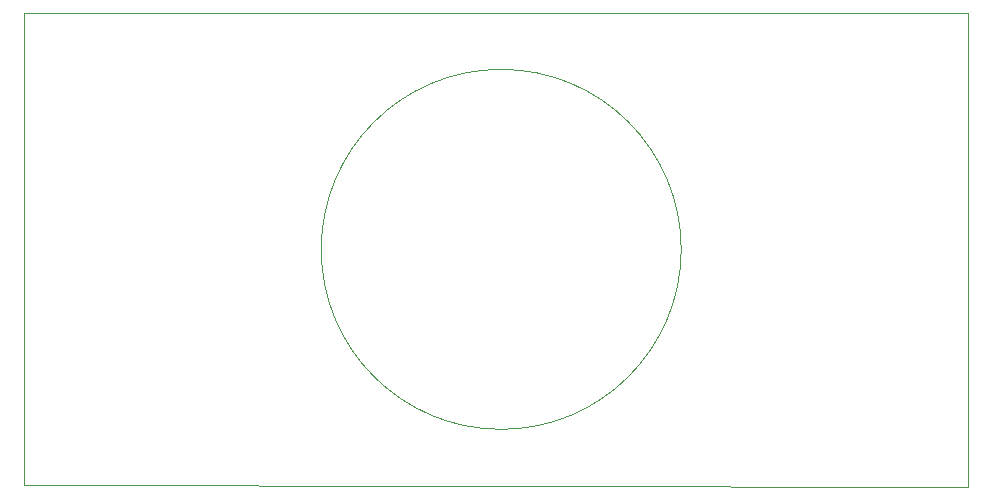
<source format=gbr>
%TF.GenerationSoftware,KiCad,Pcbnew,(5.1.9)-1*%
%TF.CreationDate,2021-11-05T16:41:07+01:00*%
%TF.ProjectId,openmv_breakout,6f70656e-6d76-45f6-9272-65616b6f7574,rev?*%
%TF.SameCoordinates,Original*%
%TF.FileFunction,Profile,NP*%
%FSLAX46Y46*%
G04 Gerber Fmt 4.6, Leading zero omitted, Abs format (unit mm)*
G04 Created by KiCad (PCBNEW (5.1.9)-1) date 2021-11-05 16:41:07*
%MOMM*%
%LPD*%
G01*
G04 APERTURE LIST*
%TA.AperFunction,Profile*%
%ADD10C,0.050000*%
%TD*%
%TA.AperFunction,Profile*%
%ADD11C,0.100000*%
%TD*%
G04 APERTURE END LIST*
D10*
X116586000Y-72136000D02*
G75*
G03*
X116586000Y-72136000I-15240000J0D01*
G01*
D11*
X140906000Y-52086000D02*
X140906000Y-92218000D01*
X60960000Y-52086000D02*
X140906000Y-52086000D01*
X60960000Y-92086000D02*
X60960000Y-52086000D01*
X140906000Y-92218000D02*
X60960000Y-92086000D01*
M02*

</source>
